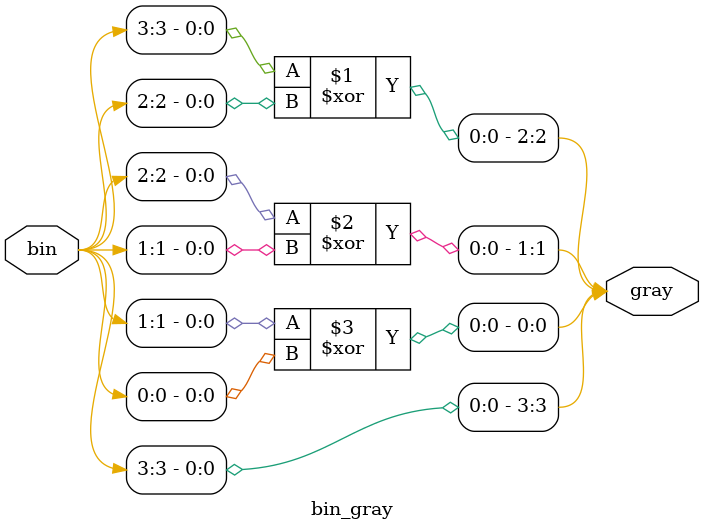
<source format=v>
`timescale 1ns / 1ps


module bin_gray(input [3:0]bin, output [3:0]gray);

assign gray[3] = bin[3];
assign gray[2] = bin[3] ^ bin[2];
assign gray[1] = bin[2] ^ bin[1];
assign gray[0] = bin[1] ^ bin[0];

endmodule

</source>
